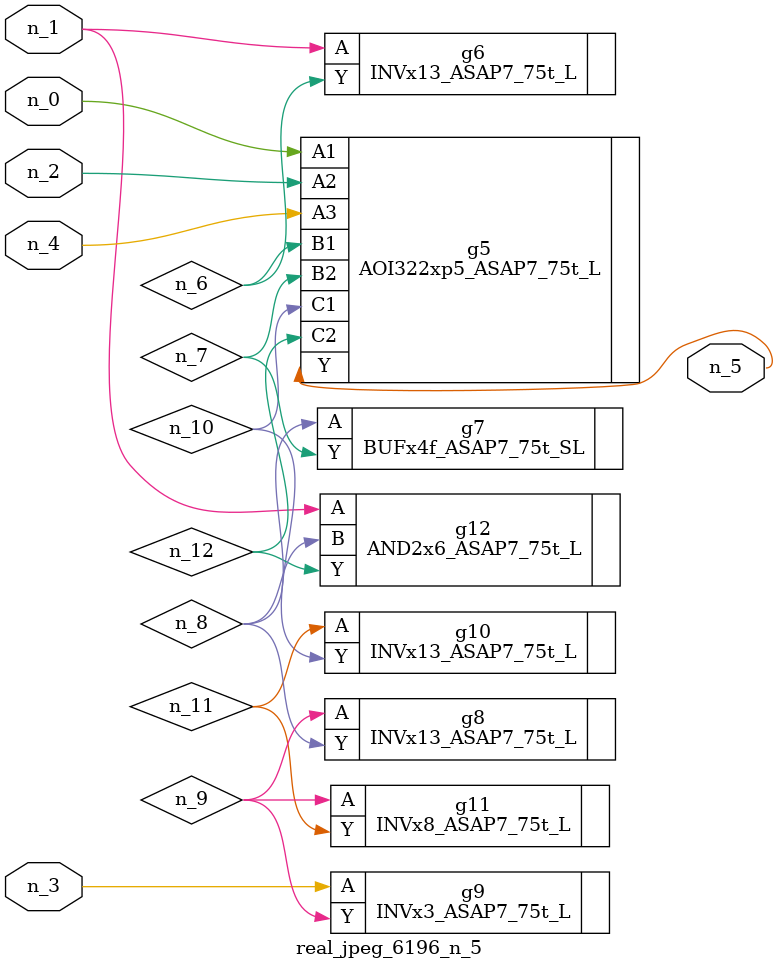
<source format=v>
module real_jpeg_6196_n_5 (n_4, n_0, n_1, n_2, n_3, n_5);

input n_4;
input n_0;
input n_1;
input n_2;
input n_3;

output n_5;

wire n_12;
wire n_8;
wire n_11;
wire n_6;
wire n_7;
wire n_10;
wire n_9;

AOI322xp5_ASAP7_75t_L g5 ( 
.A1(n_0),
.A2(n_2),
.A3(n_4),
.B1(n_6),
.B2(n_7),
.C1(n_10),
.C2(n_12),
.Y(n_5)
);

INVx13_ASAP7_75t_L g6 ( 
.A(n_1),
.Y(n_6)
);

AND2x6_ASAP7_75t_L g12 ( 
.A(n_1),
.B(n_8),
.Y(n_12)
);

INVx3_ASAP7_75t_L g9 ( 
.A(n_3),
.Y(n_9)
);

BUFx4f_ASAP7_75t_SL g7 ( 
.A(n_8),
.Y(n_7)
);

INVx13_ASAP7_75t_L g8 ( 
.A(n_9),
.Y(n_8)
);

INVx8_ASAP7_75t_L g11 ( 
.A(n_9),
.Y(n_11)
);

INVx13_ASAP7_75t_L g10 ( 
.A(n_11),
.Y(n_10)
);


endmodule
</source>
